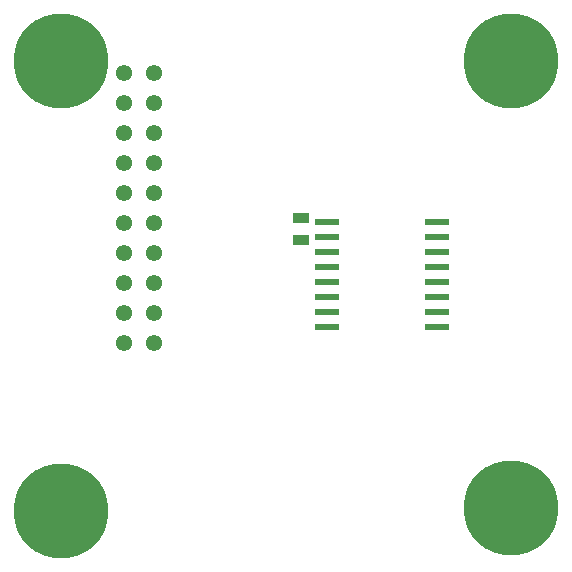
<source format=gts>
%FSLAX34Y34*%
G04 Gerber Fmt 3.4, Leading zero omitted, Abs format*
G04 (created by PCBNEW (2013-04-01 BZR 4058)-product) date Tue 02 Sep 2014 09:50:09 AM PDT*
%MOIN*%
G01*
G70*
G90*
G04 APERTURE LIST*
%ADD10C,0.005906*%
%ADD11R,0.055000X0.035000*%
%ADD12C,0.054370*%
%ADD13R,0.078740X0.023622*%
%ADD14C,0.315100*%
G04 APERTURE END LIST*
G54D10*
G54D11*
X10500Y-7725D03*
X10500Y-8475D03*
G54D12*
X5600Y-11900D03*
X4600Y-11900D03*
X5600Y-10900D03*
X4600Y-10900D03*
X5600Y-9900D03*
X4600Y-9900D03*
X5600Y-8900D03*
X4600Y-8900D03*
X5600Y-7900D03*
X4600Y-7900D03*
X5600Y-6900D03*
X4600Y-6900D03*
X5600Y-5900D03*
X4600Y-5900D03*
X5600Y-4900D03*
X4600Y-4900D03*
X5600Y-3900D03*
X4600Y-3900D03*
X5600Y-2900D03*
X4600Y-2900D03*
G54D13*
X11369Y-9350D03*
X11369Y-8850D03*
X11369Y-8350D03*
X11369Y-7850D03*
X11369Y-9850D03*
X11369Y-10350D03*
X11369Y-10850D03*
X11369Y-11350D03*
X15030Y-11350D03*
X15030Y-10850D03*
X15030Y-10350D03*
X15030Y-9850D03*
X15030Y-9350D03*
X15030Y-8850D03*
X15030Y-8350D03*
X15030Y-7850D03*
G54D14*
X17500Y-2500D03*
X2500Y-2500D03*
X17500Y-17400D03*
X2500Y-17500D03*
M02*

</source>
